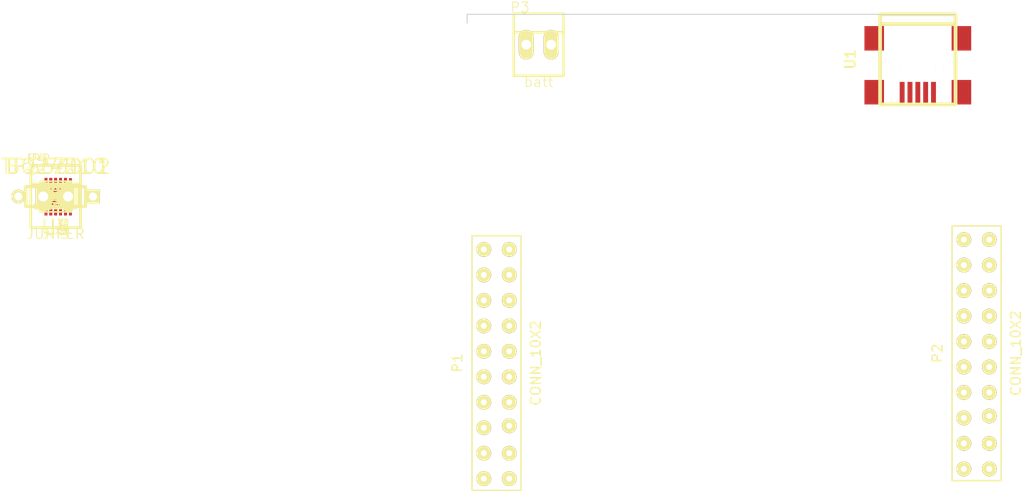
<source format=kicad_pcb>
(kicad_pcb (version 3) (host pcbnew "(2013-07-07 BZR 4022)-stable")

  (general
    (links 94)
    (no_connects 58)
    (area 56.670999 47.0371 83.329001 62.76478)
    (thickness 1.6)
    (drawings 2)
    (tracks 0)
    (zones 0)
    (modules 46)
    (nets 35)
  )

  (page A3)
  (layers
    (15 F.Cu signal)
    (0 B.Cu signal)
    (16 B.Adhes user)
    (17 F.Adhes user)
    (18 B.Paste user)
    (19 F.Paste user)
    (20 B.SilkS user)
    (21 F.SilkS user)
    (22 B.Mask user)
    (23 F.Mask user)
    (24 Dwgs.User user)
    (25 Cmts.User user)
    (26 Eco1.User user)
    (27 Eco2.User user)
    (28 Edge.Cuts user)
  )

  (setup
    (last_trace_width 0.254)
    (trace_clearance 0.254)
    (zone_clearance 0.508)
    (zone_45_only no)
    (trace_min 0.254)
    (segment_width 0.2)
    (edge_width 0.1)
    (via_size 0.889)
    (via_drill 0.635)
    (via_min_size 0.889)
    (via_min_drill 0.508)
    (uvia_size 0.508)
    (uvia_drill 0.127)
    (uvias_allowed no)
    (uvia_min_size 0.508)
    (uvia_min_drill 0.127)
    (pcb_text_width 0.3)
    (pcb_text_size 1.5 1.5)
    (mod_edge_width 0.15)
    (mod_text_size 1 1)
    (mod_text_width 0.15)
    (pad_size 3.55 1.7)
    (pad_drill 0)
    (pad_to_mask_clearance 0)
    (aux_axis_origin 0 0)
    (visible_elements 7FFFFBFF)
    (pcbplotparams
      (layerselection 3178497)
      (usegerberextensions true)
      (excludeedgelayer true)
      (linewidth 0.150000)
      (plotframeref false)
      (viasonmask false)
      (mode 1)
      (useauxorigin false)
      (hpglpennumber 1)
      (hpglpenspeed 20)
      (hpglpendiameter 15)
      (hpglpenoverlay 2)
      (psnegative false)
      (psa4output false)
      (plotreference true)
      (plotvalue true)
      (plotothertext true)
      (plotinvisibletext false)
      (padsonsilk false)
      (subtractmaskfromsilk false)
      (outputformat 1)
      (mirror false)
      (drillshape 1)
      (scaleselection 1)
      (outputdirectory ""))
  )

  (net 0 "")
  (net 1 +3.3V)
  (net 2 +5V)
  (net 3 /3.3_charge)
  (net 4 /5_charge)
  (net 5 /Sheet52FE9EC2/pack-)
  (net 6 /Sheet52FE9EC2/rat_low)
  (net 7 /Sheet52FE9EC2/scl)
  (net 8 /Sheet52FE9EC2/sda)
  (net 9 /charge_lp)
  (net 10 /en_lp)
  (net 11 /lipo_charge/CHARGE)
  (net 12 /lipo_charge/PACK+)
  (net 13 /lipo_charge/en)
  (net 14 /lipo_charge/pa)
  (net 15 /pg_lp)
  (net 16 GND)
  (net 17 N-000002)
  (net 18 N-000004)
  (net 19 N-0000048)
  (net 20 N-0000049)
  (net 21 N-000005)
  (net 22 N-0000059)
  (net 23 N-0000060)
  (net 24 N-0000061)
  (net 25 N-0000062)
  (net 26 N-0000063)
  (net 27 N-0000064)
  (net 28 N-0000065)
  (net 29 N-0000066)
  (net 30 N-0000067)
  (net 31 N-0000068)
  (net 32 N-000007)
  (net 33 N-0000070)
  (net 34 N-000009)

  (net_class Default "This is the default net class."
    (clearance 0.254)
    (trace_width 0.254)
    (via_dia 0.889)
    (via_drill 0.635)
    (uvia_dia 0.508)
    (uvia_drill 0.127)
    (add_net "")
    (add_net +3.3V)
    (add_net +5V)
    (add_net /3.3_charge)
    (add_net /5_charge)
    (add_net /Sheet52FE9EC2/pack-)
    (add_net /Sheet52FE9EC2/rat_low)
    (add_net /Sheet52FE9EC2/scl)
    (add_net /Sheet52FE9EC2/sda)
    (add_net /charge_lp)
    (add_net /en_lp)
    (add_net /lipo_charge/CHARGE)
    (add_net /lipo_charge/PACK+)
    (add_net /lipo_charge/en)
    (add_net /lipo_charge/pa)
    (add_net /pg_lp)
    (add_net GND)
    (add_net N-000002)
    (add_net N-000004)
    (add_net N-0000048)
    (add_net N-0000049)
    (add_net N-000005)
    (add_net N-0000059)
    (add_net N-0000060)
    (add_net N-0000061)
    (add_net N-0000062)
    (add_net N-0000063)
    (add_net N-0000064)
    (add_net N-0000065)
    (add_net N-0000066)
    (add_net N-0000067)
    (add_net N-0000068)
    (add_net N-000007)
    (add_net N-0000070)
    (add_net N-000009)
  )

  (module USB_MINI_B (layer F.Cu) (tedit 505F99F2) (tstamp 5304C490)
    (at 158 41 270)
    (descr "USB Mini-B 5-pin SMD connector")
    (tags "USB, Mini-B, connector")
    (path /530190CF)
    (fp_text reference U1 (at 0 6.90118 270) (layer F.SilkS)
      (effects (font (size 1.016 1.016) (thickness 0.2032)))
    )
    (fp_text value MINI_USB (at 0 -7.0993 270) (layer F.SilkS) hide
      (effects (font (size 1.016 1.016) (thickness 0.2032)))
    )
    (fp_line (start -3.59918 -3.85064) (end -3.59918 3.85064) (layer F.SilkS) (width 0.381))
    (fp_line (start -4.59994 -3.85064) (end -4.59994 3.85064) (layer F.SilkS) (width 0.381))
    (fp_line (start -4.59994 3.85064) (end 4.59994 3.85064) (layer F.SilkS) (width 0.381))
    (fp_line (start 4.59994 3.85064) (end 4.59994 -3.85064) (layer F.SilkS) (width 0.381))
    (fp_line (start 4.59994 -3.85064) (end -4.59994 -3.85064) (layer F.SilkS) (width 0.381))
    (pad 1 smd rect (at 3.44932 -1.6002 270) (size 2.30124 0.50038)
      (layers F.Cu F.Paste F.Mask)
      (net 2 +5V)
    )
    (pad 2 smd rect (at 3.44932 -0.8001 270) (size 2.30124 0.50038)
      (layers F.Cu F.Paste F.Mask)
    )
    (pad 3 smd rect (at 3.44932 0 270) (size 2.30124 0.50038)
      (layers F.Cu F.Paste F.Mask)
    )
    (pad 4 smd rect (at 3.44932 0.8001 270) (size 2.30124 0.50038)
      (layers F.Cu F.Paste F.Mask)
    )
    (pad 5 smd rect (at 3.44932 1.6002 270) (size 2.30124 0.50038)
      (layers F.Cu F.Paste F.Mask)
      (net 16 GND)
    )
    (pad 6 smd rect (at 3.35026 -4.45008 270) (size 2.49936 1.99898)
      (layers F.Cu F.Paste F.Mask)
    )
    (pad 7 smd rect (at -2.14884 -4.45008 270) (size 2.49936 1.99898)
      (layers F.Cu F.Paste F.Mask)
    )
    (pad 8 smd rect (at 3.35026 4.45008 270) (size 2.49936 1.99898)
      (layers F.Cu F.Paste F.Mask)
    )
    (pad 9 smd rect (at -2.14884 4.45008 270) (size 2.49936 1.99898)
      (layers F.Cu F.Paste F.Mask)
    )
    (pad "" np_thru_hole circle (at 0.8509 -2.19964 270) (size 0.89916 0.89916) (drill 0.89916)
      (layers *.Cu *.Mask F.SilkS)
    )
    (pad 2 np_thru_hole circle (at 0.8509 2.19964 270) (size 0.89916 0.89916) (drill 0.89916)
      (layers *.Cu *.Mask F.SilkS)
    )
  )

  (module SON-12 (layer F.Cu) (tedit 5304C3C9) (tstamp 5304C4A1)
    (at 70 55)
    (path /52FE9EC3/52FE9FCC)
    (fp_text reference U4 (at 0 3.17) (layer F.SilkS)
      (effects (font (size 1.5 1.5) (thickness 0.15)))
    )
    (fp_text value BQ27510 (at 0 -3.07) (layer F.SilkS)
      (effects (font (size 1.5 1.5) (thickness 0.15)))
    )
    (pad 7 smd rect (at 1.5 1.5) (size 0.28 0.85)
      (layers F.Cu F.Paste F.Mask)
      (net 24 N-0000061)
    )
    (pad 6 smd rect (at 1.5 -1.45) (size 0.28 0.85)
      (layers F.Cu F.Paste F.Mask)
      (net 16 GND)
    )
    (pad 1 smd rect (at -1 -1.45) (size 0.28 0.85)
      (layers F.Cu F.Paste F.Mask)
      (net 16 GND)
      (solder_mask_margin 0.07)
    )
    (pad 2 smd rect (at -0.5 -1.45) (size 0.28 0.85)
      (layers F.Cu F.Paste F.Mask)
      (net 26 N-0000063)
    )
    (pad 3 smd rect (at 0 -1.45) (size 0.28 0.85)
      (layers F.Cu F.Paste F.Mask)
      (net 12 /lipo_charge/PACK+)
    )
    (pad 4 smd rect (at 0.5 -1.45) (size 0.28 0.85)
      (layers F.Cu F.Paste F.Mask)
      (net 12 /lipo_charge/PACK+)
    )
    (pad 5 smd rect (at 1 -1.45) (size 0.28 0.85)
      (layers F.Cu F.Paste F.Mask)
      (net 26 N-0000063)
    )
    (pad 9 smd rect (at 0.5 1.5) (size 0.28 0.85)
      (layers F.Cu F.Paste F.Mask)
      (net 16 GND)
    )
    (pad 8 smd rect (at 1 1.5) (size 0.28 0.85)
      (layers F.Cu F.Paste F.Mask)
      (net 25 N-0000062)
    )
    (pad 10 smd rect (at 0 1.5) (size 0.28 0.85)
      (layers F.Cu F.Paste F.Mask)
      (net 8 /Sheet52FE9EC2/sda)
    )
    (pad 11 smd rect (at -0.5 1.5) (size 0.28 0.85)
      (layers F.Cu F.Paste F.Mask)
      (net 7 /Sheet52FE9EC2/scl)
    )
    (pad 12 smd rect (at -1 1.5) (size 0.28 0.85)
      (layers F.Cu F.Paste F.Mask)
      (net 6 /Sheet52FE9EC2/rat_low)
    )
    (pad 13 smd rect (at 0 0.025) (size 3.55 1.7)
      (layers F.Cu F.Paste F.Mask)
    )
    (model 3D/SON-10.wrl
      (at (xyz 0 0 0))
      (scale (xyz 0.3937 0.3937 0.3937))
      (rotate (xyz 0 0 0))
    )
  )

  (module SON-12 (layer F.Cu) (tedit 5304C3C9) (tstamp 5304C4B2)
    (at 70 55)
    (path /5302A180/5302A303)
    (fp_text reference U5 (at 0 3.17) (layer F.SilkS)
      (effects (font (size 1.5 1.5) (thickness 0.15)))
    )
    (fp_text value BQ24210 (at 0 -3.07) (layer F.SilkS)
      (effects (font (size 1.5 1.5) (thickness 0.15)))
    )
    (pad 7 smd rect (at 1.5 1.5) (size 0.28 0.85)
      (layers F.Cu F.Paste F.Mask)
    )
    (pad 6 smd rect (at 1.5 -1.45) (size 0.28 0.85)
      (layers F.Cu F.Paste F.Mask)
      (net 14 /lipo_charge/pa)
    )
    (pad 1 smd rect (at -1 -1.45) (size 0.28 0.85)
      (layers F.Cu F.Paste F.Mask)
      (net 2 +5V)
      (solder_mask_margin 0.07)
    )
    (pad 2 smd rect (at -0.5 -1.45) (size 0.28 0.85)
      (layers F.Cu F.Paste F.Mask)
      (net 29 N-0000066)
    )
    (pad 3 smd rect (at 0 -1.45) (size 0.28 0.85)
      (layers F.Cu F.Paste F.Mask)
      (net 16 GND)
    )
    (pad 4 smd rect (at 0.5 -1.45) (size 0.28 0.85)
      (layers F.Cu F.Paste F.Mask)
      (net 33 N-0000070)
    )
    (pad 5 smd rect (at 1 -1.45) (size 0.28 0.85)
      (layers F.Cu F.Paste F.Mask)
      (net 31 N-0000068)
    )
    (pad 9 smd rect (at 0.5 1.5) (size 0.28 0.85)
      (layers F.Cu F.Paste F.Mask)
    )
    (pad 8 smd rect (at 1 1.5) (size 0.28 0.85)
      (layers F.Cu F.Paste F.Mask)
      (net 13 /lipo_charge/en)
    )
    (pad 10 smd rect (at 0 1.5) (size 0.28 0.85)
      (layers F.Cu F.Paste F.Mask)
      (net 12 /lipo_charge/PACK+)
    )
    (pad 11 smd rect (at -0.5 1.5) (size 0.28 0.85)
      (layers F.Cu F.Paste F.Mask)
    )
    (pad 12 smd rect (at -1 1.5) (size 0.28 0.85)
      (layers F.Cu F.Paste F.Mask)
    )
    (pad 13 smd rect (at 0 0.025) (size 3.55 1.7)
      (layers F.Cu F.Paste F.Mask)
    )
    (model 3D/SON-10.wrl
      (at (xyz 0 0 0))
      (scale (xyz 0.3937 0.3937 0.3937))
      (rotate (xyz 0 0 0))
    )
  )

  (module SON-10 (layer F.Cu) (tedit 5304BE36) (tstamp 5304C4C6)
    (at 70 55)
    (path /5302DB33)
    (fp_text reference U2 (at 0 3.17) (layer F.SilkS)
      (effects (font (size 1.5 1.5) (thickness 0.15)))
    )
    (fp_text value TPS63002 (at 0 -3.07) (layer F.SilkS)
      (effects (font (size 1.5 1.5) (thickness 0.15)))
    )
    (fp_circle (center -1.38 -1.34) (end -1.4 -1.41) (layer F.SilkS) (width 0.15))
    (fp_line (start -1.57 -1.57) (end 1.57 -1.57) (layer F.SilkS) (width 0.15))
    (fp_line (start 1.57 -1.57) (end 1.57 1.57) (layer F.SilkS) (width 0.15))
    (fp_line (start 1.57 1.57) (end -1.57 1.57) (layer F.SilkS) (width 0.15))
    (fp_line (start -1.57 1.57) (end -1.57 -1.57) (layer F.SilkS) (width 0.15))
    (pad 1 smd rect (at -1 -1.475) (size 0.28 0.85)
      (layers F.Cu F.Paste F.Mask)
      (net 21 N-000005)
      (solder_mask_margin 0.07)
    )
    (pad 2 smd rect (at -0.5 -1.475) (size 0.28 0.85)
      (layers F.Cu F.Paste F.Mask)
      (net 32 N-000007)
    )
    (pad 3 smd rect (at 0 -1.475) (size 0.28 0.85)
      (layers F.Cu F.Paste F.Mask)
      (net 16 GND)
    )
    (pad 4 smd rect (at 0.5 -1.475) (size 0.28 0.85)
      (layers F.Cu F.Paste F.Mask)
      (net 34 N-000009)
    )
    (pad 5 smd rect (at 1 -1.475) (size 0.28 0.85)
      (layers F.Cu F.Paste F.Mask)
      (net 12 /lipo_charge/PACK+)
    )
    (pad 7 smd rect (at 0.5 1.475) (size 0.28 0.85)
      (layers F.Cu F.Paste F.Mask)
      (net 17 N-000002)
    )
    (pad 6 smd rect (at 1 1.475) (size 0.28 0.85)
      (layers F.Cu F.Paste F.Mask)
      (net 6 /Sheet52FE9EC2/rat_low)
    )
    (pad 8 smd rect (at 0 1.475) (size 0.28 0.85)
      (layers F.Cu F.Paste F.Mask)
      (net 12 /lipo_charge/PACK+)
    )
    (pad 9 smd rect (at -0.5 1.475) (size 0.28 0.85)
      (layers F.Cu F.Paste F.Mask)
      (net 16 GND)
    )
    (pad 10 smd rect (at -1 1.475) (size 0.28 0.85)
      (layers F.Cu F.Paste F.Mask)
      (net 21 N-000005)
    )
    (pad 11 smd rect (at 0 0) (size 3.55 1.7)
      (layers F.Cu F.Paste F.Mask)
    )
    (model 3D/SON-10.wrl
      (at (xyz 0 0 0))
      (scale (xyz 0.3937 0.3937 0.3937))
      (rotate (xyz 0 0 0))
    )
  )

  (module SON-10 (layer F.Cu) (tedit 5304BE36) (tstamp 5304C4DA)
    (at 70 55)
    (path /5302BE15)
    (fp_text reference U3 (at 0 3.17) (layer F.SilkS)
      (effects (font (size 1.5 1.5) (thickness 0.15)))
    )
    (fp_text value TPS63001 (at 0 -3.07) (layer F.SilkS)
      (effects (font (size 1.5 1.5) (thickness 0.15)))
    )
    (fp_circle (center -1.38 -1.34) (end -1.4 -1.41) (layer F.SilkS) (width 0.15))
    (fp_line (start -1.57 -1.57) (end 1.57 -1.57) (layer F.SilkS) (width 0.15))
    (fp_line (start 1.57 -1.57) (end 1.57 1.57) (layer F.SilkS) (width 0.15))
    (fp_line (start 1.57 1.57) (end -1.57 1.57) (layer F.SilkS) (width 0.15))
    (fp_line (start -1.57 1.57) (end -1.57 -1.57) (layer F.SilkS) (width 0.15))
    (pad 1 smd rect (at -1 -1.475) (size 0.28 0.85)
      (layers F.Cu F.Paste F.Mask)
      (net 1 +3.3V)
      (solder_mask_margin 0.07)
    )
    (pad 2 smd rect (at -0.5 -1.475) (size 0.28 0.85)
      (layers F.Cu F.Paste F.Mask)
      (net 20 N-0000049)
    )
    (pad 3 smd rect (at 0 -1.475) (size 0.28 0.85)
      (layers F.Cu F.Paste F.Mask)
      (net 16 GND)
    )
    (pad 4 smd rect (at 0.5 -1.475) (size 0.28 0.85)
      (layers F.Cu F.Paste F.Mask)
      (net 19 N-0000048)
    )
    (pad 5 smd rect (at 1 -1.475) (size 0.28 0.85)
      (layers F.Cu F.Paste F.Mask)
      (net 12 /lipo_charge/PACK+)
    )
    (pad 7 smd rect (at 0.5 1.475) (size 0.28 0.85)
      (layers F.Cu F.Paste F.Mask)
      (net 22 N-0000059)
    )
    (pad 6 smd rect (at 1 1.475) (size 0.28 0.85)
      (layers F.Cu F.Paste F.Mask)
      (net 6 /Sheet52FE9EC2/rat_low)
    )
    (pad 8 smd rect (at 0 1.475) (size 0.28 0.85)
      (layers F.Cu F.Paste F.Mask)
      (net 12 /lipo_charge/PACK+)
    )
    (pad 9 smd rect (at -0.5 1.475) (size 0.28 0.85)
      (layers F.Cu F.Paste F.Mask)
      (net 16 GND)
    )
    (pad 10 smd rect (at -1 1.475) (size 0.28 0.85)
      (layers F.Cu F.Paste F.Mask)
      (net 1 +3.3V)
    )
    (pad 11 smd rect (at 0 0) (size 3.55 1.7)
      (layers F.Cu F.Paste F.Mask)
    )
    (model 3D/SON-10.wrl
      (at (xyz 0 0 0))
      (scale (xyz 0.3937 0.3937 0.3937))
      (rotate (xyz 0 0 0))
    )
  )

  (module SM0603 (layer F.Cu) (tedit 4E43A3D1) (tstamp 5304C4E4)
    (at 70 55)
    (path /52FE9EC3/52FE9FE1)
    (attr smd)
    (fp_text reference R14 (at 0 0) (layer F.SilkS)
      (effects (font (size 0.508 0.4572) (thickness 0.1143)))
    )
    (fp_text value 0.01 (at 0 0) (layer F.SilkS) hide
      (effects (font (size 0.508 0.4572) (thickness 0.1143)))
    )
    (fp_line (start -1.143 -0.635) (end 1.143 -0.635) (layer F.SilkS) (width 0.127))
    (fp_line (start 1.143 -0.635) (end 1.143 0.635) (layer F.SilkS) (width 0.127))
    (fp_line (start 1.143 0.635) (end -1.143 0.635) (layer F.SilkS) (width 0.127))
    (fp_line (start -1.143 0.635) (end -1.143 -0.635) (layer F.SilkS) (width 0.127))
    (pad 1 smd rect (at -0.762 0) (size 0.635 1.143)
      (layers F.Cu F.Paste F.Mask)
      (net 16 GND)
    )
    (pad 2 smd rect (at 0.762 0) (size 0.635 1.143)
      (layers F.Cu F.Paste F.Mask)
      (net 5 /Sheet52FE9EC2/pack-)
    )
    (model smd\resistors\R0603.wrl
      (at (xyz 0 0 0.001))
      (scale (xyz 0.5 0.5 0.5))
      (rotate (xyz 0 0 0))
    )
  )

  (module SM0603 (layer F.Cu) (tedit 4E43A3D1) (tstamp 5304C4EE)
    (at 70 55)
    (path /52FE9EC3/52FE9FD3)
    (attr smd)
    (fp_text reference R9 (at 0 0) (layer F.SilkS)
      (effects (font (size 0.508 0.4572) (thickness 0.1143)))
    )
    (fp_text value 10k (at 0 0) (layer F.SilkS) hide
      (effects (font (size 0.508 0.4572) (thickness 0.1143)))
    )
    (fp_line (start -1.143 -0.635) (end 1.143 -0.635) (layer F.SilkS) (width 0.127))
    (fp_line (start 1.143 -0.635) (end 1.143 0.635) (layer F.SilkS) (width 0.127))
    (fp_line (start 1.143 0.635) (end -1.143 0.635) (layer F.SilkS) (width 0.127))
    (fp_line (start -1.143 0.635) (end -1.143 -0.635) (layer F.SilkS) (width 0.127))
    (pad 1 smd rect (at -0.762 0) (size 0.635 1.143)
      (layers F.Cu F.Paste F.Mask)
      (net 12 /lipo_charge/PACK+)
    )
    (pad 2 smd rect (at 0.762 0) (size 0.635 1.143)
      (layers F.Cu F.Paste F.Mask)
      (net 6 /Sheet52FE9EC2/rat_low)
    )
    (model smd\resistors\R0603.wrl
      (at (xyz 0 0 0.001))
      (scale (xyz 0.5 0.5 0.5))
      (rotate (xyz 0 0 0))
    )
  )

  (module SM0603 (layer F.Cu) (tedit 4E43A3D1) (tstamp 5304C4F8)
    (at 70 55)
    (path /52FE9EC3/52FE9FD4)
    (attr smd)
    (fp_text reference R8 (at 0 0) (layer F.SilkS)
      (effects (font (size 0.508 0.4572) (thickness 0.1143)))
    )
    (fp_text value 1k (at 0 0) (layer F.SilkS) hide
      (effects (font (size 0.508 0.4572) (thickness 0.1143)))
    )
    (fp_line (start -1.143 -0.635) (end 1.143 -0.635) (layer F.SilkS) (width 0.127))
    (fp_line (start 1.143 -0.635) (end 1.143 0.635) (layer F.SilkS) (width 0.127))
    (fp_line (start 1.143 0.635) (end -1.143 0.635) (layer F.SilkS) (width 0.127))
    (fp_line (start -1.143 0.635) (end -1.143 -0.635) (layer F.SilkS) (width 0.127))
    (pad 1 smd rect (at -0.762 0) (size 0.635 1.143)
      (layers F.Cu F.Paste F.Mask)
      (net 12 /lipo_charge/PACK+)
    )
    (pad 2 smd rect (at 0.762 0) (size 0.635 1.143)
      (layers F.Cu F.Paste F.Mask)
      (net 27 N-0000064)
    )
    (model smd\resistors\R0603.wrl
      (at (xyz 0 0 0.001))
      (scale (xyz 0.5 0.5 0.5))
      (rotate (xyz 0 0 0))
    )
  )

  (module SM0603 (layer F.Cu) (tedit 4E43A3D1) (tstamp 5304C502)
    (at 70 55)
    (path /52FE9EC3/52FE9FD6)
    (attr smd)
    (fp_text reference R10 (at 0 0) (layer F.SilkS)
      (effects (font (size 0.508 0.4572) (thickness 0.1143)))
    )
    (fp_text value 10k (at 0 0) (layer F.SilkS) hide
      (effects (font (size 0.508 0.4572) (thickness 0.1143)))
    )
    (fp_line (start -1.143 -0.635) (end 1.143 -0.635) (layer F.SilkS) (width 0.127))
    (fp_line (start 1.143 -0.635) (end 1.143 0.635) (layer F.SilkS) (width 0.127))
    (fp_line (start 1.143 0.635) (end -1.143 0.635) (layer F.SilkS) (width 0.127))
    (fp_line (start -1.143 0.635) (end -1.143 -0.635) (layer F.SilkS) (width 0.127))
    (pad 1 smd rect (at -0.762 0) (size 0.635 1.143)
      (layers F.Cu F.Paste F.Mask)
      (net 7 /Sheet52FE9EC2/scl)
    )
    (pad 2 smd rect (at 0.762 0) (size 0.635 1.143)
      (layers F.Cu F.Paste F.Mask)
      (net 28 N-0000065)
    )
    (model smd\resistors\R0603.wrl
      (at (xyz 0 0 0.001))
      (scale (xyz 0.5 0.5 0.5))
      (rotate (xyz 0 0 0))
    )
  )

  (module SM0603 (layer F.Cu) (tedit 4E43A3D1) (tstamp 5304C50C)
    (at 70 55)
    (path /52FE9EC3/52FE9FD7)
    (attr smd)
    (fp_text reference R11 (at 0 0) (layer F.SilkS)
      (effects (font (size 0.508 0.4572) (thickness 0.1143)))
    )
    (fp_text value 10k (at 0 0) (layer F.SilkS) hide
      (effects (font (size 0.508 0.4572) (thickness 0.1143)))
    )
    (fp_line (start -1.143 -0.635) (end 1.143 -0.635) (layer F.SilkS) (width 0.127))
    (fp_line (start 1.143 -0.635) (end 1.143 0.635) (layer F.SilkS) (width 0.127))
    (fp_line (start 1.143 0.635) (end -1.143 0.635) (layer F.SilkS) (width 0.127))
    (fp_line (start -1.143 0.635) (end -1.143 -0.635) (layer F.SilkS) (width 0.127))
    (pad 1 smd rect (at -0.762 0) (size 0.635 1.143)
      (layers F.Cu F.Paste F.Mask)
      (net 8 /Sheet52FE9EC2/sda)
    )
    (pad 2 smd rect (at 0.762 0) (size 0.635 1.143)
      (layers F.Cu F.Paste F.Mask)
      (net 28 N-0000065)
    )
    (model smd\resistors\R0603.wrl
      (at (xyz 0 0 0.001))
      (scale (xyz 0.5 0.5 0.5))
      (rotate (xyz 0 0 0))
    )
  )

  (module SM0603 (layer F.Cu) (tedit 4E43A3D1) (tstamp 5304C516)
    (at 70 55)
    (path /52FE9EC3/52FE9FDF)
    (attr smd)
    (fp_text reference R12 (at 0 0) (layer F.SilkS)
      (effects (font (size 0.508 0.4572) (thickness 0.1143)))
    )
    (fp_text value 100 (at 0 0) (layer F.SilkS) hide
      (effects (font (size 0.508 0.4572) (thickness 0.1143)))
    )
    (fp_line (start -1.143 -0.635) (end 1.143 -0.635) (layer F.SilkS) (width 0.127))
    (fp_line (start 1.143 -0.635) (end 1.143 0.635) (layer F.SilkS) (width 0.127))
    (fp_line (start 1.143 0.635) (end -1.143 0.635) (layer F.SilkS) (width 0.127))
    (fp_line (start -1.143 0.635) (end -1.143 -0.635) (layer F.SilkS) (width 0.127))
    (pad 1 smd rect (at -0.762 0) (size 0.635 1.143)
      (layers F.Cu F.Paste F.Mask)
      (net 25 N-0000062)
    )
    (pad 2 smd rect (at 0.762 0) (size 0.635 1.143)
      (layers F.Cu F.Paste F.Mask)
      (net 16 GND)
    )
    (model smd\resistors\R0603.wrl
      (at (xyz 0 0 0.001))
      (scale (xyz 0.5 0.5 0.5))
      (rotate (xyz 0 0 0))
    )
  )

  (module SM0603 (layer F.Cu) (tedit 4E43A3D1) (tstamp 5304C520)
    (at 70 55)
    (path /52FE9EC3/52FE9FE0)
    (attr smd)
    (fp_text reference R13 (at 0 0) (layer F.SilkS)
      (effects (font (size 0.508 0.4572) (thickness 0.1143)))
    )
    (fp_text value 100 (at 0 0) (layer F.SilkS) hide
      (effects (font (size 0.508 0.4572) (thickness 0.1143)))
    )
    (fp_line (start -1.143 -0.635) (end 1.143 -0.635) (layer F.SilkS) (width 0.127))
    (fp_line (start 1.143 -0.635) (end 1.143 0.635) (layer F.SilkS) (width 0.127))
    (fp_line (start 1.143 0.635) (end -1.143 0.635) (layer F.SilkS) (width 0.127))
    (fp_line (start -1.143 0.635) (end -1.143 -0.635) (layer F.SilkS) (width 0.127))
    (pad 1 smd rect (at -0.762 0) (size 0.635 1.143)
      (layers F.Cu F.Paste F.Mask)
      (net 24 N-0000061)
    )
    (pad 2 smd rect (at 0.762 0) (size 0.635 1.143)
      (layers F.Cu F.Paste F.Mask)
      (net 5 /Sheet52FE9EC2/pack-)
    )
    (model smd\resistors\R0603.wrl
      (at (xyz 0 0 0.001))
      (scale (xyz 0.5 0.5 0.5))
      (rotate (xyz 0 0 0))
    )
  )

  (module SM0603 (layer F.Cu) (tedit 4E43A3D1) (tstamp 5304C52A)
    (at 70 55)
    (path /5302A180/5302A4EB)
    (attr smd)
    (fp_text reference R19 (at 0 0) (layer F.SilkS)
      (effects (font (size 0.508 0.4572) (thickness 0.1143)))
    )
    (fp_text value 1K (at 0 0) (layer F.SilkS) hide
      (effects (font (size 0.508 0.4572) (thickness 0.1143)))
    )
    (fp_line (start -1.143 -0.635) (end 1.143 -0.635) (layer F.SilkS) (width 0.127))
    (fp_line (start 1.143 -0.635) (end 1.143 0.635) (layer F.SilkS) (width 0.127))
    (fp_line (start 1.143 0.635) (end -1.143 0.635) (layer F.SilkS) (width 0.127))
    (fp_line (start -1.143 0.635) (end -1.143 -0.635) (layer F.SilkS) (width 0.127))
    (pad 1 smd rect (at -0.762 0) (size 0.635 1.143)
      (layers F.Cu F.Paste F.Mask)
      (net 1 +3.3V)
    )
    (pad 2 smd rect (at 0.762 0) (size 0.635 1.143)
      (layers F.Cu F.Paste F.Mask)
      (net 30 N-0000067)
    )
    (model smd\resistors\R0603.wrl
      (at (xyz 0 0 0.001))
      (scale (xyz 0.5 0.5 0.5))
      (rotate (xyz 0 0 0))
    )
  )

  (module SM0603 (layer F.Cu) (tedit 4E43A3D1) (tstamp 5304C534)
    (at 70 55)
    (path /5302A180/5302A340)
    (attr smd)
    (fp_text reference R17 (at 0 0) (layer F.SilkS)
      (effects (font (size 0.508 0.4572) (thickness 0.1143)))
    )
    (fp_text value 10K (at 0 0) (layer F.SilkS) hide
      (effects (font (size 0.508 0.4572) (thickness 0.1143)))
    )
    (fp_line (start -1.143 -0.635) (end 1.143 -0.635) (layer F.SilkS) (width 0.127))
    (fp_line (start 1.143 -0.635) (end 1.143 0.635) (layer F.SilkS) (width 0.127))
    (fp_line (start 1.143 0.635) (end -1.143 0.635) (layer F.SilkS) (width 0.127))
    (fp_line (start -1.143 0.635) (end -1.143 -0.635) (layer F.SilkS) (width 0.127))
    (pad 1 smd rect (at -0.762 0) (size 0.635 1.143)
      (layers F.Cu F.Paste F.Mask)
      (net 31 N-0000068)
    )
    (pad 2 smd rect (at 0.762 0) (size 0.635 1.143)
      (layers F.Cu F.Paste F.Mask)
      (net 16 GND)
    )
    (model smd\resistors\R0603.wrl
      (at (xyz 0 0 0.001))
      (scale (xyz 0.5 0.5 0.5))
      (rotate (xyz 0 0 0))
    )
  )

  (module SM0603 (layer F.Cu) (tedit 4E43A3D1) (tstamp 5304C53E)
    (at 70 55)
    (path /5302A180/5302A38C)
    (attr smd)
    (fp_text reference R16 (at 0 0) (layer F.SilkS)
      (effects (font (size 0.508 0.4572) (thickness 0.1143)))
    )
    (fp_text value R (at 0 0) (layer F.SilkS) hide
      (effects (font (size 0.508 0.4572) (thickness 0.1143)))
    )
    (fp_line (start -1.143 -0.635) (end 1.143 -0.635) (layer F.SilkS) (width 0.127))
    (fp_line (start 1.143 -0.635) (end 1.143 0.635) (layer F.SilkS) (width 0.127))
    (fp_line (start 1.143 0.635) (end -1.143 0.635) (layer F.SilkS) (width 0.127))
    (fp_line (start -1.143 0.635) (end -1.143 -0.635) (layer F.SilkS) (width 0.127))
    (pad 1 smd rect (at -0.762 0) (size 0.635 1.143)
      (layers F.Cu F.Paste F.Mask)
      (net 31 N-0000068)
    )
    (pad 2 smd rect (at 0.762 0) (size 0.635 1.143)
      (layers F.Cu F.Paste F.Mask)
      (net 33 N-0000070)
    )
    (model smd\resistors\R0603.wrl
      (at (xyz 0 0 0.001))
      (scale (xyz 0.5 0.5 0.5))
      (rotate (xyz 0 0 0))
    )
  )

  (module SM0603 (layer F.Cu) (tedit 4E43A3D1) (tstamp 5304C548)
    (at 70 55)
    (path /5302A180/5302A3F3)
    (attr smd)
    (fp_text reference R15 (at 0 0) (layer F.SilkS)
      (effects (font (size 0.508 0.4572) (thickness 0.1143)))
    )
    (fp_text value 1,6K (at 0 0) (layer F.SilkS) hide
      (effects (font (size 0.508 0.4572) (thickness 0.1143)))
    )
    (fp_line (start -1.143 -0.635) (end 1.143 -0.635) (layer F.SilkS) (width 0.127))
    (fp_line (start 1.143 -0.635) (end 1.143 0.635) (layer F.SilkS) (width 0.127))
    (fp_line (start 1.143 0.635) (end -1.143 0.635) (layer F.SilkS) (width 0.127))
    (fp_line (start -1.143 0.635) (end -1.143 -0.635) (layer F.SilkS) (width 0.127))
    (pad 1 smd rect (at -0.762 0) (size 0.635 1.143)
      (layers F.Cu F.Paste F.Mask)
      (net 16 GND)
    )
    (pad 2 smd rect (at 0.762 0) (size 0.635 1.143)
      (layers F.Cu F.Paste F.Mask)
      (net 29 N-0000066)
    )
    (model smd\resistors\R0603.wrl
      (at (xyz 0 0 0.001))
      (scale (xyz 0.5 0.5 0.5))
      (rotate (xyz 0 0 0))
    )
  )

  (module SM0603 (layer F.Cu) (tedit 4E43A3D1) (tstamp 5304C552)
    (at 70 55)
    (path /5302A180/5302A43C)
    (attr smd)
    (fp_text reference R18 (at 0 0) (layer F.SilkS)
      (effects (font (size 0.508 0.4572) (thickness 0.1143)))
    )
    (fp_text value R (at 0 0) (layer F.SilkS) hide
      (effects (font (size 0.508 0.4572) (thickness 0.1143)))
    )
    (fp_line (start -1.143 -0.635) (end 1.143 -0.635) (layer F.SilkS) (width 0.127))
    (fp_line (start 1.143 -0.635) (end 1.143 0.635) (layer F.SilkS) (width 0.127))
    (fp_line (start 1.143 0.635) (end -1.143 0.635) (layer F.SilkS) (width 0.127))
    (fp_line (start -1.143 0.635) (end -1.143 -0.635) (layer F.SilkS) (width 0.127))
    (pad 1 smd rect (at -0.762 0) (size 0.635 1.143)
      (layers F.Cu F.Paste F.Mask)
      (net 13 /lipo_charge/en)
    )
    (pad 2 smd rect (at 0.762 0) (size 0.635 1.143)
      (layers F.Cu F.Paste F.Mask)
      (net 14 /lipo_charge/pa)
    )
    (model smd\resistors\R0603.wrl
      (at (xyz 0 0 0.001))
      (scale (xyz 0.5 0.5 0.5))
      (rotate (xyz 0 0 0))
    )
  )

  (module SM0603 (layer F.Cu) (tedit 4E43A3D1) (tstamp 5304C55C)
    (at 70 55)
    (path /5302956B)
    (attr smd)
    (fp_text reference R1 (at 0 0) (layer F.SilkS)
      (effects (font (size 0.508 0.4572) (thickness 0.1143)))
    )
    (fp_text value 0 (at 0 0) (layer F.SilkS) hide
      (effects (font (size 0.508 0.4572) (thickness 0.1143)))
    )
    (fp_line (start -1.143 -0.635) (end 1.143 -0.635) (layer F.SilkS) (width 0.127))
    (fp_line (start 1.143 -0.635) (end 1.143 0.635) (layer F.SilkS) (width 0.127))
    (fp_line (start 1.143 0.635) (end -1.143 0.635) (layer F.SilkS) (width 0.127))
    (fp_line (start -1.143 0.635) (end -1.143 -0.635) (layer F.SilkS) (width 0.127))
    (pad 1 smd rect (at -0.762 0) (size 0.635 1.143)
      (layers F.Cu F.Paste F.Mask)
      (net 11 /lipo_charge/CHARGE)
    )
    (pad 2 smd rect (at 0.762 0) (size 0.635 1.143)
      (layers F.Cu F.Paste F.Mask)
      (net 9 /charge_lp)
    )
    (model smd\resistors\R0603.wrl
      (at (xyz 0 0 0.001))
      (scale (xyz 0.5 0.5 0.5))
      (rotate (xyz 0 0 0))
    )
  )

  (module SM0603 (layer F.Cu) (tedit 4E43A3D1) (tstamp 5304C566)
    (at 70 55)
    (path /5302D80B)
    (attr smd)
    (fp_text reference R5 (at 0 0) (layer F.SilkS)
      (effects (font (size 0.508 0.4572) (thickness 0.1143)))
    )
    (fp_text value dnp (at 0 0) (layer F.SilkS) hide
      (effects (font (size 0.508 0.4572) (thickness 0.1143)))
    )
    (fp_line (start -1.143 -0.635) (end 1.143 -0.635) (layer F.SilkS) (width 0.127))
    (fp_line (start 1.143 -0.635) (end 1.143 0.635) (layer F.SilkS) (width 0.127))
    (fp_line (start 1.143 0.635) (end -1.143 0.635) (layer F.SilkS) (width 0.127))
    (fp_line (start -1.143 0.635) (end -1.143 -0.635) (layer F.SilkS) (width 0.127))
    (pad 1 smd rect (at -0.762 0) (size 0.635 1.143)
      (layers F.Cu F.Paste F.Mask)
      (net 17 N-000002)
    )
    (pad 2 smd rect (at 0.762 0) (size 0.635 1.143)
      (layers F.Cu F.Paste F.Mask)
      (net 16 GND)
    )
    (model smd\resistors\R0603.wrl
      (at (xyz 0 0 0.001))
      (scale (xyz 0.5 0.5 0.5))
      (rotate (xyz 0 0 0))
    )
  )

  (module SM0603 (layer F.Cu) (tedit 4E43A3D1) (tstamp 5304C570)
    (at 70 55)
    (path /5302957A)
    (attr smd)
    (fp_text reference R2 (at 0 0) (layer F.SilkS)
      (effects (font (size 0.508 0.4572) (thickness 0.1143)))
    )
    (fp_text value 0 (at 0 0) (layer F.SilkS) hide
      (effects (font (size 0.508 0.4572) (thickness 0.1143)))
    )
    (fp_line (start -1.143 -0.635) (end 1.143 -0.635) (layer F.SilkS) (width 0.127))
    (fp_line (start 1.143 -0.635) (end 1.143 0.635) (layer F.SilkS) (width 0.127))
    (fp_line (start 1.143 0.635) (end -1.143 0.635) (layer F.SilkS) (width 0.127))
    (fp_line (start -1.143 0.635) (end -1.143 -0.635) (layer F.SilkS) (width 0.127))
    (pad 1 smd rect (at -0.762 0) (size 0.635 1.143)
      (layers F.Cu F.Paste F.Mask)
      (net 10 /en_lp)
    )
    (pad 2 smd rect (at 0.762 0) (size 0.635 1.143)
      (layers F.Cu F.Paste F.Mask)
      (net 13 /lipo_charge/en)
    )
    (model smd\resistors\R0603.wrl
      (at (xyz 0 0 0.001))
      (scale (xyz 0.5 0.5 0.5))
      (rotate (xyz 0 0 0))
    )
  )

  (module SM0603 (layer F.Cu) (tedit 4E43A3D1) (tstamp 5304C57A)
    (at 70 55)
    (path /53029589)
    (attr smd)
    (fp_text reference R3 (at 0 0) (layer F.SilkS)
      (effects (font (size 0.508 0.4572) (thickness 0.1143)))
    )
    (fp_text value 0 (at 0 0) (layer F.SilkS) hide
      (effects (font (size 0.508 0.4572) (thickness 0.1143)))
    )
    (fp_line (start -1.143 -0.635) (end 1.143 -0.635) (layer F.SilkS) (width 0.127))
    (fp_line (start 1.143 -0.635) (end 1.143 0.635) (layer F.SilkS) (width 0.127))
    (fp_line (start 1.143 0.635) (end -1.143 0.635) (layer F.SilkS) (width 0.127))
    (fp_line (start -1.143 0.635) (end -1.143 -0.635) (layer F.SilkS) (width 0.127))
    (pad 1 smd rect (at -0.762 0) (size 0.635 1.143)
      (layers F.Cu F.Paste F.Mask)
      (net 15 /pg_lp)
    )
    (pad 2 smd rect (at 0.762 0) (size 0.635 1.143)
      (layers F.Cu F.Paste F.Mask)
      (net 14 /lipo_charge/pa)
    )
    (model smd\resistors\R0603.wrl
      (at (xyz 0 0 0.001))
      (scale (xyz 0.5 0.5 0.5))
      (rotate (xyz 0 0 0))
    )
  )

  (module SM0603 (layer F.Cu) (tedit 4E43A3D1) (tstamp 5304C584)
    (at 70 55)
    (path /5302D805)
    (attr smd)
    (fp_text reference R4 (at 0 0) (layer F.SilkS)
      (effects (font (size 0.508 0.4572) (thickness 0.1143)))
    )
    (fp_text value 10k (at 0 0) (layer F.SilkS) hide
      (effects (font (size 0.508 0.4572) (thickness 0.1143)))
    )
    (fp_line (start -1.143 -0.635) (end 1.143 -0.635) (layer F.SilkS) (width 0.127))
    (fp_line (start 1.143 -0.635) (end 1.143 0.635) (layer F.SilkS) (width 0.127))
    (fp_line (start 1.143 0.635) (end -1.143 0.635) (layer F.SilkS) (width 0.127))
    (fp_line (start -1.143 0.635) (end -1.143 -0.635) (layer F.SilkS) (width 0.127))
    (pad 1 smd rect (at -0.762 0) (size 0.635 1.143)
      (layers F.Cu F.Paste F.Mask)
      (net 12 /lipo_charge/PACK+)
    )
    (pad 2 smd rect (at 0.762 0) (size 0.635 1.143)
      (layers F.Cu F.Paste F.Mask)
      (net 17 N-000002)
    )
    (model smd\resistors\R0603.wrl
      (at (xyz 0 0 0.001))
      (scale (xyz 0.5 0.5 0.5))
      (rotate (xyz 0 0 0))
    )
  )

  (module SM0603 (layer F.Cu) (tedit 4E43A3D1) (tstamp 5304C58E)
    (at 70 55)
    (path /5302CB80)
    (attr smd)
    (fp_text reference R6 (at 0 0) (layer F.SilkS)
      (effects (font (size 0.508 0.4572) (thickness 0.1143)))
    )
    (fp_text value 10k (at 0 0) (layer F.SilkS) hide
      (effects (font (size 0.508 0.4572) (thickness 0.1143)))
    )
    (fp_line (start -1.143 -0.635) (end 1.143 -0.635) (layer F.SilkS) (width 0.127))
    (fp_line (start 1.143 -0.635) (end 1.143 0.635) (layer F.SilkS) (width 0.127))
    (fp_line (start 1.143 0.635) (end -1.143 0.635) (layer F.SilkS) (width 0.127))
    (fp_line (start -1.143 0.635) (end -1.143 -0.635) (layer F.SilkS) (width 0.127))
    (pad 1 smd rect (at -0.762 0) (size 0.635 1.143)
      (layers F.Cu F.Paste F.Mask)
      (net 12 /lipo_charge/PACK+)
    )
    (pad 2 smd rect (at 0.762 0) (size 0.635 1.143)
      (layers F.Cu F.Paste F.Mask)
      (net 22 N-0000059)
    )
    (model smd\resistors\R0603.wrl
      (at (xyz 0 0 0.001))
      (scale (xyz 0.5 0.5 0.5))
      (rotate (xyz 0 0 0))
    )
  )

  (module SM0603 (layer F.Cu) (tedit 4E43A3D1) (tstamp 5304C598)
    (at 70 55)
    (path /5302CCF8)
    (attr smd)
    (fp_text reference R7 (at 0 0) (layer F.SilkS)
      (effects (font (size 0.508 0.4572) (thickness 0.1143)))
    )
    (fp_text value dnp (at 0 0) (layer F.SilkS) hide
      (effects (font (size 0.508 0.4572) (thickness 0.1143)))
    )
    (fp_line (start -1.143 -0.635) (end 1.143 -0.635) (layer F.SilkS) (width 0.127))
    (fp_line (start 1.143 -0.635) (end 1.143 0.635) (layer F.SilkS) (width 0.127))
    (fp_line (start 1.143 0.635) (end -1.143 0.635) (layer F.SilkS) (width 0.127))
    (fp_line (start -1.143 0.635) (end -1.143 -0.635) (layer F.SilkS) (width 0.127))
    (pad 1 smd rect (at -0.762 0) (size 0.635 1.143)
      (layers F.Cu F.Paste F.Mask)
      (net 22 N-0000059)
    )
    (pad 2 smd rect (at 0.762 0) (size 0.635 1.143)
      (layers F.Cu F.Paste F.Mask)
      (net 16 GND)
    )
    (model smd\resistors\R0603.wrl
      (at (xyz 0 0 0.001))
      (scale (xyz 0.5 0.5 0.5))
      (rotate (xyz 0 0 0))
    )
  )

  (module SM0402_c (layer F.Cu) (tedit 516FD0AE) (tstamp 5304C5A4)
    (at 70 55)
    (path /5302D7F8)
    (attr smd)
    (fp_text reference C3 (at 0 0) (layer F.SilkS)
      (effects (font (size 0.35052 0.3048) (thickness 0.07112)))
    )
    (fp_text value 10u (at 0.09906 0) (layer F.SilkS) hide
      (effects (font (size 0.35052 0.3048) (thickness 0.07112)))
    )
    (fp_line (start -0.254 -0.381) (end -0.762 -0.381) (layer F.SilkS) (width 0.07112))
    (fp_line (start -0.762 -0.381) (end -0.762 0.381) (layer F.SilkS) (width 0.07112))
    (fp_line (start -0.762 0.381) (end -0.254 0.381) (layer F.SilkS) (width 0.07112))
    (fp_line (start 0.254 -0.381) (end 0.762 -0.381) (layer F.SilkS) (width 0.07112))
    (fp_line (start 0.762 -0.381) (end 0.762 0.381) (layer F.SilkS) (width 0.07112))
    (fp_line (start 0.762 0.381) (end 0.254 0.381) (layer F.SilkS) (width 0.07112))
    (pad 1 smd rect (at -0.44958 0) (size 0.39878 0.59944)
      (layers F.Cu F.Paste F.Mask)
      (net 12 /lipo_charge/PACK+)
    )
    (pad 2 smd rect (at 0.44958 0) (size 0.39878 0.59944)
      (layers F.Cu F.Paste F.Mask)
      (net 16 GND)
    )
    (model smd/capacitors/C0402.wrl
      (at (xyz 0 0 0))
      (scale (xyz 0.27 0.27 0.27))
      (rotate (xyz 0 0 0))
    )
  )

  (module SM0402_c (layer F.Cu) (tedit 516FD0AE) (tstamp 5304C5B0)
    (at 70 55)
    (path /52FE9EC3/52FE9FDD)
    (attr smd)
    (fp_text reference C9 (at 0 0) (layer F.SilkS)
      (effects (font (size 0.35052 0.3048) (thickness 0.07112)))
    )
    (fp_text value 0.1u (at 0.09906 0) (layer F.SilkS) hide
      (effects (font (size 0.35052 0.3048) (thickness 0.07112)))
    )
    (fp_line (start -0.254 -0.381) (end -0.762 -0.381) (layer F.SilkS) (width 0.07112))
    (fp_line (start -0.762 -0.381) (end -0.762 0.381) (layer F.SilkS) (width 0.07112))
    (fp_line (start -0.762 0.381) (end -0.254 0.381) (layer F.SilkS) (width 0.07112))
    (fp_line (start 0.254 -0.381) (end 0.762 -0.381) (layer F.SilkS) (width 0.07112))
    (fp_line (start 0.762 -0.381) (end 0.762 0.381) (layer F.SilkS) (width 0.07112))
    (fp_line (start 0.762 0.381) (end 0.254 0.381) (layer F.SilkS) (width 0.07112))
    (pad 1 smd rect (at -0.44958 0) (size 0.39878 0.59944)
      (layers F.Cu F.Paste F.Mask)
      (net 16 GND)
    )
    (pad 2 smd rect (at 0.44958 0) (size 0.39878 0.59944)
      (layers F.Cu F.Paste F.Mask)
      (net 24 N-0000061)
    )
    (model smd/capacitors/C0402.wrl
      (at (xyz 0 0 0))
      (scale (xyz 0.27 0.27 0.27))
      (rotate (xyz 0 0 0))
    )
  )

  (module SM0402_c (layer F.Cu) (tedit 516FD0AE) (tstamp 5304C5BC)
    (at 70 55)
    (path /52FE9EC3/52FE9FDC)
    (attr smd)
    (fp_text reference C8 (at 0 0) (layer F.SilkS)
      (effects (font (size 0.35052 0.3048) (thickness 0.07112)))
    )
    (fp_text value 0.1u (at 0.09906 0) (layer F.SilkS) hide
      (effects (font (size 0.35052 0.3048) (thickness 0.07112)))
    )
    (fp_line (start -0.254 -0.381) (end -0.762 -0.381) (layer F.SilkS) (width 0.07112))
    (fp_line (start -0.762 -0.381) (end -0.762 0.381) (layer F.SilkS) (width 0.07112))
    (fp_line (start -0.762 0.381) (end -0.254 0.381) (layer F.SilkS) (width 0.07112))
    (fp_line (start 0.254 -0.381) (end 0.762 -0.381) (layer F.SilkS) (width 0.07112))
    (fp_line (start 0.762 -0.381) (end 0.762 0.381) (layer F.SilkS) (width 0.07112))
    (fp_line (start 0.762 0.381) (end 0.254 0.381) (layer F.SilkS) (width 0.07112))
    (pad 1 smd rect (at -0.44958 0) (size 0.39878 0.59944)
      (layers F.Cu F.Paste F.Mask)
      (net 25 N-0000062)
    )
    (pad 2 smd rect (at 0.44958 0) (size 0.39878 0.59944)
      (layers F.Cu F.Paste F.Mask)
      (net 16 GND)
    )
    (model smd/capacitors/C0402.wrl
      (at (xyz 0 0 0))
      (scale (xyz 0.27 0.27 0.27))
      (rotate (xyz 0 0 0))
    )
  )

  (module SM0402_c (layer F.Cu) (tedit 516FD0AE) (tstamp 5304C5C8)
    (at 70 55)
    (path /52FE9EC3/52FE9FDB)
    (attr smd)
    (fp_text reference C7 (at 0 0) (layer F.SilkS)
      (effects (font (size 0.35052 0.3048) (thickness 0.07112)))
    )
    (fp_text value 0.1u (at 0.09906 0) (layer F.SilkS) hide
      (effects (font (size 0.35052 0.3048) (thickness 0.07112)))
    )
    (fp_line (start -0.254 -0.381) (end -0.762 -0.381) (layer F.SilkS) (width 0.07112))
    (fp_line (start -0.762 -0.381) (end -0.762 0.381) (layer F.SilkS) (width 0.07112))
    (fp_line (start -0.762 0.381) (end -0.254 0.381) (layer F.SilkS) (width 0.07112))
    (fp_line (start 0.254 -0.381) (end 0.762 -0.381) (layer F.SilkS) (width 0.07112))
    (fp_line (start 0.762 -0.381) (end 0.762 0.381) (layer F.SilkS) (width 0.07112))
    (fp_line (start 0.762 0.381) (end 0.254 0.381) (layer F.SilkS) (width 0.07112))
    (pad 1 smd rect (at -0.44958 0) (size 0.39878 0.59944)
      (layers F.Cu F.Paste F.Mask)
      (net 25 N-0000062)
    )
    (pad 2 smd rect (at 0.44958 0) (size 0.39878 0.59944)
      (layers F.Cu F.Paste F.Mask)
      (net 24 N-0000061)
    )
    (model smd/capacitors/C0402.wrl
      (at (xyz 0 0 0))
      (scale (xyz 0.27 0.27 0.27))
      (rotate (xyz 0 0 0))
    )
  )

  (module SM0402_c (layer F.Cu) (tedit 516FD0AE) (tstamp 5304C5D4)
    (at 70 55)
    (path /5302C501)
    (attr smd)
    (fp_text reference C4 (at 0 0) (layer F.SilkS)
      (effects (font (size 0.35052 0.3048) (thickness 0.07112)))
    )
    (fp_text value 10u (at 0.09906 0) (layer F.SilkS) hide
      (effects (font (size 0.35052 0.3048) (thickness 0.07112)))
    )
    (fp_line (start -0.254 -0.381) (end -0.762 -0.381) (layer F.SilkS) (width 0.07112))
    (fp_line (start -0.762 -0.381) (end -0.762 0.381) (layer F.SilkS) (width 0.07112))
    (fp_line (start -0.762 0.381) (end -0.254 0.381) (layer F.SilkS) (width 0.07112))
    (fp_line (start 0.254 -0.381) (end 0.762 -0.381) (layer F.SilkS) (width 0.07112))
    (fp_line (start 0.762 -0.381) (end 0.762 0.381) (layer F.SilkS) (width 0.07112))
    (fp_line (start 0.762 0.381) (end 0.254 0.381) (layer F.SilkS) (width 0.07112))
    (pad 1 smd rect (at -0.44958 0) (size 0.39878 0.59944)
      (layers F.Cu F.Paste F.Mask)
      (net 12 /lipo_charge/PACK+)
    )
    (pad 2 smd rect (at 0.44958 0) (size 0.39878 0.59944)
      (layers F.Cu F.Paste F.Mask)
      (net 16 GND)
    )
    (model smd/capacitors/C0402.wrl
      (at (xyz 0 0 0))
      (scale (xyz 0.27 0.27 0.27))
      (rotate (xyz 0 0 0))
    )
  )

  (module SM0402_c (layer F.Cu) (tedit 516FD0AE) (tstamp 5304C5E0)
    (at 70 55)
    (path /5302A180/5302A322)
    (attr smd)
    (fp_text reference C10 (at 0 0) (layer F.SilkS)
      (effects (font (size 0.35052 0.3048) (thickness 0.07112)))
    )
    (fp_text value 1U (at 0.09906 0) (layer F.SilkS) hide
      (effects (font (size 0.35052 0.3048) (thickness 0.07112)))
    )
    (fp_line (start -0.254 -0.381) (end -0.762 -0.381) (layer F.SilkS) (width 0.07112))
    (fp_line (start -0.762 -0.381) (end -0.762 0.381) (layer F.SilkS) (width 0.07112))
    (fp_line (start -0.762 0.381) (end -0.254 0.381) (layer F.SilkS) (width 0.07112))
    (fp_line (start 0.254 -0.381) (end 0.762 -0.381) (layer F.SilkS) (width 0.07112))
    (fp_line (start 0.762 -0.381) (end 0.762 0.381) (layer F.SilkS) (width 0.07112))
    (fp_line (start 0.762 0.381) (end 0.254 0.381) (layer F.SilkS) (width 0.07112))
    (pad 1 smd rect (at -0.44958 0) (size 0.39878 0.59944)
      (layers F.Cu F.Paste F.Mask)
      (net 2 +5V)
    )
    (pad 2 smd rect (at 0.44958 0) (size 0.39878 0.59944)
      (layers F.Cu F.Paste F.Mask)
      (net 16 GND)
    )
    (model smd/capacitors/C0402.wrl
      (at (xyz 0 0 0))
      (scale (xyz 0.27 0.27 0.27))
      (rotate (xyz 0 0 0))
    )
  )

  (module SM0402_c (layer F.Cu) (tedit 516FD0AE) (tstamp 5304C5EC)
    (at 70 55)
    (path /5302CFFE)
    (attr smd)
    (fp_text reference C2 (at 0 0) (layer F.SilkS)
      (effects (font (size 0.35052 0.3048) (thickness 0.07112)))
    )
    (fp_text value 10u (at 0.09906 0) (layer F.SilkS) hide
      (effects (font (size 0.35052 0.3048) (thickness 0.07112)))
    )
    (fp_line (start -0.254 -0.381) (end -0.762 -0.381) (layer F.SilkS) (width 0.07112))
    (fp_line (start -0.762 -0.381) (end -0.762 0.381) (layer F.SilkS) (width 0.07112))
    (fp_line (start -0.762 0.381) (end -0.254 0.381) (layer F.SilkS) (width 0.07112))
    (fp_line (start 0.254 -0.381) (end 0.762 -0.381) (layer F.SilkS) (width 0.07112))
    (fp_line (start 0.762 -0.381) (end 0.762 0.381) (layer F.SilkS) (width 0.07112))
    (fp_line (start 0.762 0.381) (end 0.254 0.381) (layer F.SilkS) (width 0.07112))
    (pad 1 smd rect (at -0.44958 0) (size 0.39878 0.59944)
      (layers F.Cu F.Paste F.Mask)
      (net 1 +3.3V)
    )
    (pad 2 smd rect (at 0.44958 0) (size 0.39878 0.59944)
      (layers F.Cu F.Paste F.Mask)
      (net 16 GND)
    )
    (model smd/capacitors/C0402.wrl
      (at (xyz 0 0 0))
      (scale (xyz 0.27 0.27 0.27))
      (rotate (xyz 0 0 0))
    )
  )

  (module SM0402_c (layer F.Cu) (tedit 516FD0AE) (tstamp 5304C5F8)
    (at 70 55)
    (path /52FE9EC3/52FE9FCF)
    (attr smd)
    (fp_text reference C6 (at 0 0) (layer F.SilkS)
      (effects (font (size 0.35052 0.3048) (thickness 0.07112)))
    )
    (fp_text value 0.47u (at 0.09906 0) (layer F.SilkS) hide
      (effects (font (size 0.35052 0.3048) (thickness 0.07112)))
    )
    (fp_line (start -0.254 -0.381) (end -0.762 -0.381) (layer F.SilkS) (width 0.07112))
    (fp_line (start -0.762 -0.381) (end -0.762 0.381) (layer F.SilkS) (width 0.07112))
    (fp_line (start -0.762 0.381) (end -0.254 0.381) (layer F.SilkS) (width 0.07112))
    (fp_line (start 0.254 -0.381) (end 0.762 -0.381) (layer F.SilkS) (width 0.07112))
    (fp_line (start 0.762 -0.381) (end 0.762 0.381) (layer F.SilkS) (width 0.07112))
    (fp_line (start 0.762 0.381) (end 0.254 0.381) (layer F.SilkS) (width 0.07112))
    (pad 1 smd rect (at -0.44958 0) (size 0.39878 0.59944)
      (layers F.Cu F.Paste F.Mask)
      (net 26 N-0000063)
    )
    (pad 2 smd rect (at 0.44958 0) (size 0.39878 0.59944)
      (layers F.Cu F.Paste F.Mask)
      (net 16 GND)
    )
    (model smd/capacitors/C0402.wrl
      (at (xyz 0 0 0))
      (scale (xyz 0.27 0.27 0.27))
      (rotate (xyz 0 0 0))
    )
  )

  (module SM0402_c (layer F.Cu) (tedit 516FD0AE) (tstamp 5304C604)
    (at 70 55)
    (path /52FE9EC3/52FE9FCE)
    (attr smd)
    (fp_text reference C5 (at 0 0) (layer F.SilkS)
      (effects (font (size 0.35052 0.3048) (thickness 0.07112)))
    )
    (fp_text value 0.47u (at 0.09906 0) (layer F.SilkS) hide
      (effects (font (size 0.35052 0.3048) (thickness 0.07112)))
    )
    (fp_line (start -0.254 -0.381) (end -0.762 -0.381) (layer F.SilkS) (width 0.07112))
    (fp_line (start -0.762 -0.381) (end -0.762 0.381) (layer F.SilkS) (width 0.07112))
    (fp_line (start -0.762 0.381) (end -0.254 0.381) (layer F.SilkS) (width 0.07112))
    (fp_line (start 0.254 -0.381) (end 0.762 -0.381) (layer F.SilkS) (width 0.07112))
    (fp_line (start 0.762 -0.381) (end 0.762 0.381) (layer F.SilkS) (width 0.07112))
    (fp_line (start 0.762 0.381) (end 0.254 0.381) (layer F.SilkS) (width 0.07112))
    (pad 1 smd rect (at -0.44958 0) (size 0.39878 0.59944)
      (layers F.Cu F.Paste F.Mask)
      (net 12 /lipo_charge/PACK+)
    )
    (pad 2 smd rect (at 0.44958 0) (size 0.39878 0.59944)
      (layers F.Cu F.Paste F.Mask)
      (net 16 GND)
    )
    (model smd/capacitors/C0402.wrl
      (at (xyz 0 0 0))
      (scale (xyz 0.27 0.27 0.27))
      (rotate (xyz 0 0 0))
    )
  )

  (module SM0402_c (layer F.Cu) (tedit 516FD0AE) (tstamp 5304C610)
    (at 70 55)
    (path /5302D81D)
    (attr smd)
    (fp_text reference C1 (at 0 0) (layer F.SilkS)
      (effects (font (size 0.35052 0.3048) (thickness 0.07112)))
    )
    (fp_text value 10u (at 0.09906 0) (layer F.SilkS) hide
      (effects (font (size 0.35052 0.3048) (thickness 0.07112)))
    )
    (fp_line (start -0.254 -0.381) (end -0.762 -0.381) (layer F.SilkS) (width 0.07112))
    (fp_line (start -0.762 -0.381) (end -0.762 0.381) (layer F.SilkS) (width 0.07112))
    (fp_line (start -0.762 0.381) (end -0.254 0.381) (layer F.SilkS) (width 0.07112))
    (fp_line (start 0.254 -0.381) (end 0.762 -0.381) (layer F.SilkS) (width 0.07112))
    (fp_line (start 0.762 -0.381) (end 0.762 0.381) (layer F.SilkS) (width 0.07112))
    (fp_line (start 0.762 0.381) (end 0.254 0.381) (layer F.SilkS) (width 0.07112))
    (pad 1 smd rect (at -0.44958 0) (size 0.39878 0.59944)
      (layers F.Cu F.Paste F.Mask)
      (net 21 N-000005)
    )
    (pad 2 smd rect (at 0.44958 0) (size 0.39878 0.59944)
      (layers F.Cu F.Paste F.Mask)
      (net 16 GND)
    )
    (model smd/capacitors/C0402.wrl
      (at (xyz 0 0 0))
      (scale (xyz 0.27 0.27 0.27))
      (rotate (xyz 0 0 0))
    )
  )

  (module SM0402 (layer F.Cu) (tedit 50A4E0BA) (tstamp 5304C61C)
    (at 70 55)
    (path /5302D7F1)
    (attr smd)
    (fp_text reference L1 (at 0 0) (layer F.SilkS)
      (effects (font (size 0.35052 0.3048) (thickness 0.07112)))
    )
    (fp_text value 2.2U (at 0.09906 0) (layer F.SilkS) hide
      (effects (font (size 0.35052 0.3048) (thickness 0.07112)))
    )
    (fp_line (start -0.254 -0.381) (end -0.762 -0.381) (layer F.SilkS) (width 0.07112))
    (fp_line (start -0.762 -0.381) (end -0.762 0.381) (layer F.SilkS) (width 0.07112))
    (fp_line (start -0.762 0.381) (end -0.254 0.381) (layer F.SilkS) (width 0.07112))
    (fp_line (start 0.254 -0.381) (end 0.762 -0.381) (layer F.SilkS) (width 0.07112))
    (fp_line (start 0.762 -0.381) (end 0.762 0.381) (layer F.SilkS) (width 0.07112))
    (fp_line (start 0.762 0.381) (end 0.254 0.381) (layer F.SilkS) (width 0.07112))
    (pad 1 smd rect (at -0.44958 0) (size 0.39878 0.59944)
      (layers F.Cu F.Paste F.Mask)
      (net 34 N-000009)
    )
    (pad 2 smd rect (at 0.44958 0) (size 0.39878 0.59944)
      (layers F.Cu F.Paste F.Mask)
      (net 32 N-000007)
    )
    (model smd\chip_cms.wrl
      (at (xyz 0 0 0.002))
      (scale (xyz 0.05 0.05 0.05))
      (rotate (xyz 0 0 0))
    )
  )

  (module SM0402 (layer F.Cu) (tedit 50A4E0BA) (tstamp 5304C628)
    (at 70 55)
    (path /5302C133)
    (attr smd)
    (fp_text reference L2 (at 0 0) (layer F.SilkS)
      (effects (font (size 0.35052 0.3048) (thickness 0.07112)))
    )
    (fp_text value 2.2U (at 0.09906 0) (layer F.SilkS) hide
      (effects (font (size 0.35052 0.3048) (thickness 0.07112)))
    )
    (fp_line (start -0.254 -0.381) (end -0.762 -0.381) (layer F.SilkS) (width 0.07112))
    (fp_line (start -0.762 -0.381) (end -0.762 0.381) (layer F.SilkS) (width 0.07112))
    (fp_line (start -0.762 0.381) (end -0.254 0.381) (layer F.SilkS) (width 0.07112))
    (fp_line (start 0.254 -0.381) (end 0.762 -0.381) (layer F.SilkS) (width 0.07112))
    (fp_line (start 0.762 -0.381) (end 0.762 0.381) (layer F.SilkS) (width 0.07112))
    (fp_line (start 0.762 0.381) (end 0.254 0.381) (layer F.SilkS) (width 0.07112))
    (pad 1 smd rect (at -0.44958 0) (size 0.39878 0.59944)
      (layers F.Cu F.Paste F.Mask)
      (net 19 N-0000048)
    )
    (pad 2 smd rect (at 0.44958 0) (size 0.39878 0.59944)
      (layers F.Cu F.Paste F.Mask)
      (net 20 N-0000049)
    )
    (model smd\chip_cms.wrl
      (at (xyz 0 0 0.002))
      (scale (xyz 0.05 0.05 0.05))
      (rotate (xyz 0 0 0))
    )
  )

  (module PINHEAD1-2 (layer F.Cu) (tedit 4C5EDFB2) (tstamp 5304C633)
    (at 119.3 39.5)
    (path /52FF069F)
    (attr virtual)
    (fp_text reference P3 (at -1.905 -3.81) (layer F.SilkS)
      (effects (font (size 1.016 1.016) (thickness 0.0889)))
    )
    (fp_text value batt (at 0 3.81) (layer F.SilkS)
      (effects (font (size 1.016 1.016) (thickness 0.0889)))
    )
    (fp_line (start 2.54 -1.27) (end -2.54 -1.27) (layer F.SilkS) (width 0.254))
    (fp_line (start 2.54 3.175) (end -2.54 3.175) (layer F.SilkS) (width 0.254))
    (fp_line (start -2.54 -3.175) (end 2.54 -3.175) (layer F.SilkS) (width 0.254))
    (fp_line (start -2.54 -3.175) (end -2.54 3.175) (layer F.SilkS) (width 0.254))
    (fp_line (start 2.54 -3.175) (end 2.54 3.175) (layer F.SilkS) (width 0.254))
    (pad 1 thru_hole oval (at -1.27 0) (size 1.50622 3.01498) (drill 0.99822)
      (layers *.Cu F.Paste F.SilkS F.Mask)
      (net 5 /Sheet52FE9EC2/pack-)
    )
    (pad 2 thru_hole oval (at 1.27 0) (size 1.50622 3.01498) (drill 0.99822)
      (layers *.Cu F.Paste F.SilkS F.Mask)
      (net 12 /lipo_charge/PACK+)
    )
  )

  (module PINHEAD1-2 (layer F.Cu) (tedit 4C5EDFB2) (tstamp 5304C63E)
    (at 70 55)
    (path /52FE9EC3/52FE9FD8)
    (attr virtual)
    (fp_text reference P4 (at -1.905 -3.81) (layer F.SilkS)
      (effects (font (size 1.016 1.016) (thickness 0.0889)))
    )
    (fp_text value JP3 (at 0 3.81) (layer F.SilkS)
      (effects (font (size 1.016 1.016) (thickness 0.0889)))
    )
    (fp_line (start 2.54 -1.27) (end -2.54 -1.27) (layer F.SilkS) (width 0.254))
    (fp_line (start 2.54 3.175) (end -2.54 3.175) (layer F.SilkS) (width 0.254))
    (fp_line (start -2.54 -3.175) (end 2.54 -3.175) (layer F.SilkS) (width 0.254))
    (fp_line (start -2.54 -3.175) (end -2.54 3.175) (layer F.SilkS) (width 0.254))
    (fp_line (start 2.54 -3.175) (end 2.54 3.175) (layer F.SilkS) (width 0.254))
    (pad 1 thru_hole oval (at -1.27 0) (size 1.50622 3.01498) (drill 0.99822)
      (layers *.Cu F.Paste F.SilkS F.Mask)
      (net 28 N-0000065)
    )
    (pad 2 thru_hole oval (at 1.27 0) (size 1.50622 3.01498) (drill 0.99822)
      (layers *.Cu F.Paste F.SilkS F.Mask)
      (net 1 +3.3V)
    )
  )

  (module PINHEAD1-2 (layer F.Cu) (tedit 4C5EDFB2) (tstamp 5304C649)
    (at 70 55)
    (path /5302D317)
    (attr virtual)
    (fp_text reference JP2 (at -1.905 -3.81) (layer F.SilkS)
      (effects (font (size 1.016 1.016) (thickness 0.0889)))
    )
    (fp_text value JUMPER (at 0 3.81) (layer F.SilkS)
      (effects (font (size 1.016 1.016) (thickness 0.0889)))
    )
    (fp_line (start 2.54 -1.27) (end -2.54 -1.27) (layer F.SilkS) (width 0.254))
    (fp_line (start 2.54 3.175) (end -2.54 3.175) (layer F.SilkS) (width 0.254))
    (fp_line (start -2.54 -3.175) (end 2.54 -3.175) (layer F.SilkS) (width 0.254))
    (fp_line (start -2.54 -3.175) (end -2.54 3.175) (layer F.SilkS) (width 0.254))
    (fp_line (start 2.54 -3.175) (end 2.54 3.175) (layer F.SilkS) (width 0.254))
    (pad 1 thru_hole oval (at -1.27 0) (size 1.50622 3.01498) (drill 0.99822)
      (layers *.Cu F.Paste F.SilkS F.Mask)
      (net 3 /3.3_charge)
    )
    (pad 2 thru_hole oval (at 1.27 0) (size 1.50622 3.01498) (drill 0.99822)
      (layers *.Cu F.Paste F.SilkS F.Mask)
      (net 23 N-0000060)
    )
  )

  (module PINHEAD1-2 (layer F.Cu) (tedit 4C5EDFB2) (tstamp 5304C654)
    (at 70 55)
    (path /5302D835)
    (attr virtual)
    (fp_text reference JP1 (at -1.905 -3.81) (layer F.SilkS)
      (effects (font (size 1.016 1.016) (thickness 0.0889)))
    )
    (fp_text value JUMPER (at 0 3.81) (layer F.SilkS)
      (effects (font (size 1.016 1.016) (thickness 0.0889)))
    )
    (fp_line (start 2.54 -1.27) (end -2.54 -1.27) (layer F.SilkS) (width 0.254))
    (fp_line (start 2.54 3.175) (end -2.54 3.175) (layer F.SilkS) (width 0.254))
    (fp_line (start -2.54 -3.175) (end 2.54 -3.175) (layer F.SilkS) (width 0.254))
    (fp_line (start -2.54 -3.175) (end -2.54 3.175) (layer F.SilkS) (width 0.254))
    (fp_line (start 2.54 -3.175) (end 2.54 3.175) (layer F.SilkS) (width 0.254))
    (pad 1 thru_hole oval (at -1.27 0) (size 1.50622 3.01498) (drill 0.99822)
      (layers *.Cu F.Paste F.SilkS F.Mask)
      (net 4 /5_charge)
    )
    (pad 2 thru_hole oval (at 1.27 0) (size 1.50622 3.01498) (drill 0.99822)
      (layers *.Cu F.Paste F.SilkS F.Mask)
      (net 18 N-000004)
    )
  )

  (module pin_10x2 (layer F.Cu) (tedit 5304B65C) (tstamp 5304C670)
    (at 164 71 90)
    (path /53040B6B)
    (fp_text reference P2 (at 0 -4 90) (layer F.SilkS)
      (effects (font (size 1 1) (thickness 0.15)))
    )
    (fp_text value CONN_10X2 (at 0 4 90) (layer F.SilkS)
      (effects (font (size 1 1) (thickness 0.15)))
    )
    (fp_line (start -13 -2.5) (end 13 -2.5) (layer F.SilkS) (width 0.15))
    (fp_line (start 13 -2.5) (end 13 2.5) (layer F.SilkS) (width 0.15))
    (fp_line (start 13 2.5) (end -13 2.5) (layer F.SilkS) (width 0.15))
    (fp_line (start -13 2.5) (end -13 -2.5) (layer F.SilkS) (width 0.15))
    (pad 1 thru_hole circle (at -11.8 -1.3 90) (size 1.5 1.5) (drill 0.6)
      (layers *.Cu *.Mask F.SilkS)
    )
    (pad 2 thru_hole circle (at -11.8 1.3 90) (size 1.5 1.5) (drill 0.6)
      (layers *.Cu *.Mask F.SilkS)
      (net 16 GND)
    )
    (pad 3 thru_hole circle (at -9.2 -1.3 90) (size 1.5 1.5) (drill 0.6)
      (layers *.Cu *.Mask F.SilkS)
    )
    (pad 4 thru_hole circle (at -9.2 1.3 90) (size 1.5 1.5) (drill 0.6)
      (layers *.Cu *.Mask F.SilkS)
    )
    (pad 5 thru_hole circle (at -6.6 -1.3 90) (size 1.5 1.5) (drill 0.6)
      (layers *.Cu *.Mask F.SilkS)
    )
    (pad 6 thru_hole circle (at -6.4 1.3 90) (size 1.5 1.5) (drill 0.6)
      (layers *.Cu *.Mask F.SilkS)
    )
    (pad 7 thru_hole circle (at -4 -1.3 90) (size 1.5 1.5) (drill 0.6)
      (layers *.Cu *.Mask F.SilkS)
    )
    (pad 8 thru_hole circle (at -4 1.3 90) (size 1.5 1.5) (drill 0.6)
      (layers *.Cu *.Mask F.SilkS)
    )
    (pad 9 thru_hole circle (at -1.4 -1.3 90) (size 1.5 1.5) (drill 0.6)
      (layers *.Cu *.Mask F.SilkS)
    )
    (pad 10 thru_hole circle (at -1.4 1.3 90) (size 1.5 1.5) (drill 0.6)
      (layers *.Cu *.Mask F.SilkS)
    )
    (pad 11 thru_hole circle (at 1.2 -1.3 90) (size 1.5 1.5) (drill 0.6)
      (layers *.Cu *.Mask F.SilkS)
    )
    (pad 12 thru_hole circle (at 1.2 1.3 90) (size 1.5 1.5) (drill 0.6)
      (layers *.Cu *.Mask F.SilkS)
      (net 8 /Sheet52FE9EC2/sda)
    )
    (pad 13 thru_hole circle (at 3.8 -1.3 90) (size 1.5 1.5) (drill 0.6)
      (layers *.Cu *.Mask F.SilkS)
    )
    (pad 14 thru_hole circle (at 3.8 1.3 90) (size 1.5 1.5) (drill 0.6)
      (layers *.Cu *.Mask F.SilkS)
      (net 7 /Sheet52FE9EC2/scl)
    )
    (pad 15 thru_hole circle (at 6.4 -1.3 90) (size 1.5 1.5) (drill 0.6)
      (layers *.Cu *.Mask F.SilkS)
    )
    (pad 16 thru_hole circle (at 6.4 1.3 90) (size 1.5 1.5) (drill 0.6)
      (layers *.Cu *.Mask F.SilkS)
    )
    (pad 17 thru_hole circle (at 9 -1.3 90) (size 1.5 1.5) (drill 0.6)
      (layers *.Cu *.Mask F.SilkS)
    )
    (pad 18 thru_hole circle (at 9 1.3 90) (size 1.5 1.5) (drill 0.6)
      (layers *.Cu *.Mask F.SilkS)
    )
    (pad 19 thru_hole circle (at 11.6 -1.3 90) (size 1.5 1.5) (drill 0.6)
      (layers *.Cu *.Mask F.SilkS)
    )
    (pad 20 thru_hole circle (at 11.6 1.3 90) (size 1.5 1.5) (drill 0.6)
      (layers *.Cu *.Mask F.SilkS)
    )
  )

  (module pin_10x2 (layer F.Cu) (tedit 5304B65C) (tstamp 5304C68C)
    (at 115 72 90)
    (path /53040A04)
    (fp_text reference P1 (at 0 -4 90) (layer F.SilkS)
      (effects (font (size 1 1) (thickness 0.15)))
    )
    (fp_text value CONN_10X2 (at 0 4 90) (layer F.SilkS)
      (effects (font (size 1 1) (thickness 0.15)))
    )
    (fp_line (start -13 -2.5) (end 13 -2.5) (layer F.SilkS) (width 0.15))
    (fp_line (start 13 -2.5) (end 13 2.5) (layer F.SilkS) (width 0.15))
    (fp_line (start 13 2.5) (end -13 2.5) (layer F.SilkS) (width 0.15))
    (fp_line (start -13 2.5) (end -13 -2.5) (layer F.SilkS) (width 0.15))
    (pad 1 thru_hole circle (at -11.8 -1.3 90) (size 1.5 1.5) (drill 0.6)
      (layers *.Cu *.Mask F.SilkS)
      (net 3 /3.3_charge)
    )
    (pad 2 thru_hole circle (at -11.8 1.3 90) (size 1.5 1.5) (drill 0.6)
      (layers *.Cu *.Mask F.SilkS)
      (net 4 /5_charge)
    )
    (pad 3 thru_hole circle (at -9.2 -1.3 90) (size 1.5 1.5) (drill 0.6)
      (layers *.Cu *.Mask F.SilkS)
      (net 9 /charge_lp)
    )
    (pad 4 thru_hole circle (at -9.2 1.3 90) (size 1.5 1.5) (drill 0.6)
      (layers *.Cu *.Mask F.SilkS)
    )
    (pad 5 thru_hole circle (at -6.6 -1.3 90) (size 1.5 1.5) (drill 0.6)
      (layers *.Cu *.Mask F.SilkS)
    )
    (pad 6 thru_hole circle (at -6.4 1.3 90) (size 1.5 1.5) (drill 0.6)
      (layers *.Cu *.Mask F.SilkS)
    )
    (pad 7 thru_hole circle (at -4 -1.3 90) (size 1.5 1.5) (drill 0.6)
      (layers *.Cu *.Mask F.SilkS)
    )
    (pad 8 thru_hole circle (at -4 1.3 90) (size 1.5 1.5) (drill 0.6)
      (layers *.Cu *.Mask F.SilkS)
    )
    (pad 9 thru_hole circle (at -1.4 -1.3 90) (size 1.5 1.5) (drill 0.6)
      (layers *.Cu *.Mask F.SilkS)
      (net 10 /en_lp)
    )
    (pad 10 thru_hole circle (at -1.4 1.3 90) (size 1.5 1.5) (drill 0.6)
      (layers *.Cu *.Mask F.SilkS)
    )
    (pad 11 thru_hole circle (at 1.2 -1.3 90) (size 1.5 1.5) (drill 0.6)
      (layers *.Cu *.Mask F.SilkS)
    )
    (pad 12 thru_hole circle (at 1.2 1.3 90) (size 1.5 1.5) (drill 0.6)
      (layers *.Cu *.Mask F.SilkS)
    )
    (pad 13 thru_hole circle (at 3.8 -1.3 90) (size 1.5 1.5) (drill 0.6)
      (layers *.Cu *.Mask F.SilkS)
      (net 15 /pg_lp)
    )
    (pad 14 thru_hole circle (at 3.8 1.3 90) (size 1.5 1.5) (drill 0.6)
      (layers *.Cu *.Mask F.SilkS)
    )
    (pad 15 thru_hole circle (at 6.4 -1.3 90) (size 1.5 1.5) (drill 0.6)
      (layers *.Cu *.Mask F.SilkS)
    )
    (pad 16 thru_hole circle (at 6.4 1.3 90) (size 1.5 1.5) (drill 0.6)
      (layers *.Cu *.Mask F.SilkS)
    )
    (pad 17 thru_hole circle (at 9 -1.3 90) (size 1.5 1.5) (drill 0.6)
      (layers *.Cu *.Mask F.SilkS)
    )
    (pad 18 thru_hole circle (at 9 1.3 90) (size 1.5 1.5) (drill 0.6)
      (layers *.Cu *.Mask F.SilkS)
    )
    (pad 19 thru_hole circle (at 11.6 -1.3 90) (size 1.5 1.5) (drill 0.6)
      (layers *.Cu *.Mask F.SilkS)
    )
    (pad 20 thru_hole circle (at 11.6 1.3 90) (size 1.5 1.5) (drill 0.6)
      (layers *.Cu *.Mask F.SilkS)
    )
  )

  (module LED-0603 (layer F.Cu) (tedit 4E16AFB4) (tstamp 5304C6A8)
    (at 70 55)
    (descr "LED 0603 smd package")
    (tags "LED led 0603 SMD smd SMT smt smdled SMDLED smtled SMTLED")
    (path /52FE9EC3/52FE9FD5)
    (attr smd)
    (fp_text reference D3 (at 0 -1.016) (layer F.SilkS)
      (effects (font (size 0.508 0.508) (thickness 0.127)))
    )
    (fp_text value LED (at 0 1.016) (layer F.SilkS)
      (effects (font (size 0.508 0.508) (thickness 0.127)))
    )
    (fp_line (start 0.44958 -0.44958) (end 0.44958 0.44958) (layer F.SilkS) (width 0.06604))
    (fp_line (start 0.44958 0.44958) (end 0.84836 0.44958) (layer F.SilkS) (width 0.06604))
    (fp_line (start 0.84836 -0.44958) (end 0.84836 0.44958) (layer F.SilkS) (width 0.06604))
    (fp_line (start 0.44958 -0.44958) (end 0.84836 -0.44958) (layer F.SilkS) (width 0.06604))
    (fp_line (start -0.84836 -0.44958) (end -0.84836 0.44958) (layer F.SilkS) (width 0.06604))
    (fp_line (start -0.84836 0.44958) (end -0.44958 0.44958) (layer F.SilkS) (width 0.06604))
    (fp_line (start -0.44958 -0.44958) (end -0.44958 0.44958) (layer F.SilkS) (width 0.06604))
    (fp_line (start -0.84836 -0.44958) (end -0.44958 -0.44958) (layer F.SilkS) (width 0.06604))
    (fp_line (start 0 -0.44958) (end 0 -0.29972) (layer F.SilkS) (width 0.06604))
    (fp_line (start 0 -0.29972) (end 0.29972 -0.29972) (layer F.SilkS) (width 0.06604))
    (fp_line (start 0.29972 -0.44958) (end 0.29972 -0.29972) (layer F.SilkS) (width 0.06604))
    (fp_line (start 0 -0.44958) (end 0.29972 -0.44958) (layer F.SilkS) (width 0.06604))
    (fp_line (start 0 0.29972) (end 0 0.44958) (layer F.SilkS) (width 0.06604))
    (fp_line (start 0 0.44958) (end 0.29972 0.44958) (layer F.SilkS) (width 0.06604))
    (fp_line (start 0.29972 0.29972) (end 0.29972 0.44958) (layer F.SilkS) (width 0.06604))
    (fp_line (start 0 0.29972) (end 0.29972 0.29972) (layer F.SilkS) (width 0.06604))
    (fp_line (start 0 -0.14986) (end 0 0.14986) (layer F.SilkS) (width 0.06604))
    (fp_line (start 0 0.14986) (end 0.29972 0.14986) (layer F.SilkS) (width 0.06604))
    (fp_line (start 0.29972 -0.14986) (end 0.29972 0.14986) (layer F.SilkS) (width 0.06604))
    (fp_line (start 0 -0.14986) (end 0.29972 -0.14986) (layer F.SilkS) (width 0.06604))
    (fp_line (start 0.44958 -0.39878) (end -0.44958 -0.39878) (layer F.SilkS) (width 0.1016))
    (fp_line (start 0.44958 0.39878) (end -0.44958 0.39878) (layer F.SilkS) (width 0.1016))
    (pad 1 smd rect (at -0.7493 0) (size 0.79756 0.79756)
      (layers F.Cu F.Paste F.Mask)
      (net 27 N-0000064)
    )
    (pad 2 smd rect (at 0.7493 0) (size 0.79756 0.79756)
      (layers F.Cu F.Paste F.Mask)
      (net 6 /Sheet52FE9EC2/rat_low)
    )
  )

  (module LED-0603 (layer F.Cu) (tedit 4E16AFB4) (tstamp 5304C6C4)
    (at 70 55)
    (descr "LED 0603 smd package")
    (tags "LED led 0603 SMD smd SMT smt smdled SMDLED smtled SMTLED")
    (path /5302A180/5302A4A4)
    (attr smd)
    (fp_text reference D4 (at 0 -1.016) (layer F.SilkS)
      (effects (font (size 0.508 0.508) (thickness 0.127)))
    )
    (fp_text value LED_YELLOW (at 0 1.016) (layer F.SilkS)
      (effects (font (size 0.508 0.508) (thickness 0.127)))
    )
    (fp_line (start 0.44958 -0.44958) (end 0.44958 0.44958) (layer F.SilkS) (width 0.06604))
    (fp_line (start 0.44958 0.44958) (end 0.84836 0.44958) (layer F.SilkS) (width 0.06604))
    (fp_line (start 0.84836 -0.44958) (end 0.84836 0.44958) (layer F.SilkS) (width 0.06604))
    (fp_line (start 0.44958 -0.44958) (end 0.84836 -0.44958) (layer F.SilkS) (width 0.06604))
    (fp_line (start -0.84836 -0.44958) (end -0.84836 0.44958) (layer F.SilkS) (width 0.06604))
    (fp_line (start -0.84836 0.44958) (end -0.44958 0.44958) (layer F.SilkS) (width 0.06604))
    (fp_line (start -0.44958 -0.44958) (end -0.44958 0.44958) (layer F.SilkS) (width 0.06604))
    (fp_line (start -0.84836 -0.44958) (end -0.44958 -0.44958) (layer F.SilkS) (width 0.06604))
    (fp_line (start 0 -0.44958) (end 0 -0.29972) (layer F.SilkS) (width 0.06604))
    (fp_line (start 0 -0.29972) (end 0.29972 -0.29972) (layer F.SilkS) (width 0.06604))
    (fp_line (start 0.29972 -0.44958) (end 0.29972 -0.29972) (layer F.SilkS) (width 0.06604))
    (fp_line (start 0 -0.44958) (end 0.29972 -0.44958) (layer F.SilkS) (width 0.06604))
    (fp_line (start 0 0.29972) (end 0 0.44958) (layer F.SilkS) (width 0.06604))
    (fp_line (start 0 0.44958) (end 0.29972 0.44958) (layer F.SilkS) (width 0.06604))
    (fp_line (start 0.29972 0.29972) (end 0.29972 0.44958) (layer F.SilkS) (width 0.06604))
    (fp_line (start 0 0.29972) (end 0.29972 0.29972) (layer F.SilkS) (width 0.06604))
    (fp_line (start 0 -0.14986) (end 0 0.14986) (layer F.SilkS) (width 0.06604))
    (fp_line (start 0 0.14986) (end 0.29972 0.14986) (layer F.SilkS) (width 0.06604))
    (fp_line (start 0.29972 -0.14986) (end 0.29972 0.14986) (layer F.SilkS) (width 0.06604))
    (fp_line (start 0 -0.14986) (end 0.29972 -0.14986) (layer F.SilkS) (width 0.06604))
    (fp_line (start 0.44958 -0.39878) (end -0.44958 -0.39878) (layer F.SilkS) (width 0.1016))
    (fp_line (start 0.44958 0.39878) (end -0.44958 0.39878) (layer F.SilkS) (width 0.1016))
    (pad 1 smd rect (at -0.7493 0) (size 0.79756 0.79756)
      (layers F.Cu F.Paste F.Mask)
      (net 30 N-0000067)
    )
    (pad 2 smd rect (at 0.7493 0) (size 0.79756 0.79756)
      (layers F.Cu F.Paste F.Mask)
      (net 11 /lipo_charge/CHARGE)
    )
  )

  (module D3 (layer F.Cu) (tedit 200000) (tstamp 5304C6D4)
    (at 70 55)
    (descr "Diode 3 pas")
    (tags "DIODE DEV")
    (path /5302D119)
    (fp_text reference D2 (at 0 0) (layer F.SilkS)
      (effects (font (size 1.016 1.016) (thickness 0.2032)))
    )
    (fp_text value ZENER (at 0 0) (layer F.SilkS) hide
      (effects (font (size 1.016 1.016) (thickness 0.2032)))
    )
    (fp_line (start 3.81 0) (end 3.048 0) (layer F.SilkS) (width 0.3048))
    (fp_line (start 3.048 0) (end 3.048 -1.016) (layer F.SilkS) (width 0.3048))
    (fp_line (start 3.048 -1.016) (end -3.048 -1.016) (layer F.SilkS) (width 0.3048))
    (fp_line (start -3.048 -1.016) (end -3.048 0) (layer F.SilkS) (width 0.3048))
    (fp_line (start -3.048 0) (end -3.81 0) (layer F.SilkS) (width 0.3048))
    (fp_line (start -3.048 0) (end -3.048 1.016) (layer F.SilkS) (width 0.3048))
    (fp_line (start -3.048 1.016) (end 3.048 1.016) (layer F.SilkS) (width 0.3048))
    (fp_line (start 3.048 1.016) (end 3.048 0) (layer F.SilkS) (width 0.3048))
    (fp_line (start 2.54 -1.016) (end 2.54 1.016) (layer F.SilkS) (width 0.3048))
    (fp_line (start 2.286 1.016) (end 2.286 -1.016) (layer F.SilkS) (width 0.3048))
    (pad 2 thru_hole rect (at 3.81 0) (size 1.397 1.397) (drill 0.8128)
      (layers *.Cu *.Mask F.SilkS)
      (net 23 N-0000060)
    )
    (pad 1 thru_hole circle (at -3.81 0) (size 1.397 1.397) (drill 0.8128)
      (layers *.Cu *.Mask F.SilkS)
      (net 1 +3.3V)
    )
    (model discret/diode.wrl
      (at (xyz 0 0 0))
      (scale (xyz 0.3 0.3 0.3))
      (rotate (xyz 0 0 0))
    )
  )

  (module D3 (layer F.Cu) (tedit 200000) (tstamp 5304C6E4)
    (at 70 55)
    (descr "Diode 3 pas")
    (tags "DIODE DEV")
    (path /5302D829)
    (fp_text reference D1 (at 0 0) (layer F.SilkS)
      (effects (font (size 1.016 1.016) (thickness 0.2032)))
    )
    (fp_text value ZENER (at 0 0) (layer F.SilkS) hide
      (effects (font (size 1.016 1.016) (thickness 0.2032)))
    )
    (fp_line (start 3.81 0) (end 3.048 0) (layer F.SilkS) (width 0.3048))
    (fp_line (start 3.048 0) (end 3.048 -1.016) (layer F.SilkS) (width 0.3048))
    (fp_line (start 3.048 -1.016) (end -3.048 -1.016) (layer F.SilkS) (width 0.3048))
    (fp_line (start -3.048 -1.016) (end -3.048 0) (layer F.SilkS) (width 0.3048))
    (fp_line (start -3.048 0) (end -3.81 0) (layer F.SilkS) (width 0.3048))
    (fp_line (start -3.048 0) (end -3.048 1.016) (layer F.SilkS) (width 0.3048))
    (fp_line (start -3.048 1.016) (end 3.048 1.016) (layer F.SilkS) (width 0.3048))
    (fp_line (start 3.048 1.016) (end 3.048 0) (layer F.SilkS) (width 0.3048))
    (fp_line (start 2.54 -1.016) (end 2.54 1.016) (layer F.SilkS) (width 0.3048))
    (fp_line (start 2.286 1.016) (end 2.286 -1.016) (layer F.SilkS) (width 0.3048))
    (pad 2 thru_hole rect (at 3.81 0) (size 1.397 1.397) (drill 0.8128)
      (layers *.Cu *.Mask F.SilkS)
      (net 18 N-000004)
    )
    (pad 1 thru_hole circle (at -3.81 0) (size 1.397 1.397) (drill 0.8128)
      (layers *.Cu *.Mask F.SilkS)
      (net 21 N-000005)
    )
    (model discret/diode.wrl
      (at (xyz 0 0 0))
      (scale (xyz 0.3 0.3 0.3))
      (rotate (xyz 0 0 0))
    )
  )

  (gr_line (start 112 36.4) (end 112 37.3) (angle 90) (layer Edge.Cuts) (width 0.1))
  (gr_line (start 161.8 36.4) (end 112 36.4) (angle 90) (layer Edge.Cuts) (width 0.1))

)

</source>
